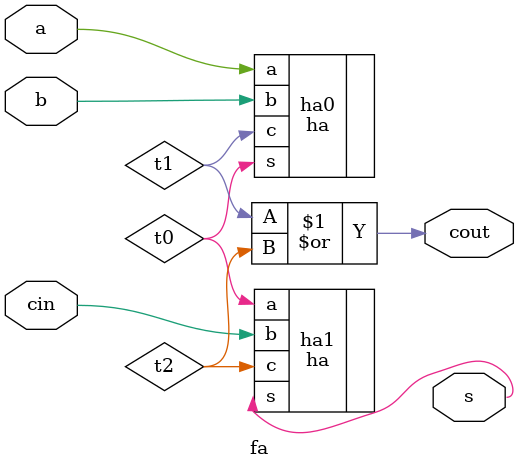
<source format=v>
module fa(s,cout,a,b,cin);

input a,b,cin;
output s,cout;

wire t0,t1,t2;

ha ha0(.s(t0), .c(t1), .a(a), .b(b));
ha ha1(.s(s) ,.c(t2), .a(t0), .b(cin));

assign cout = t1 | t2;

endmodule
</source>
